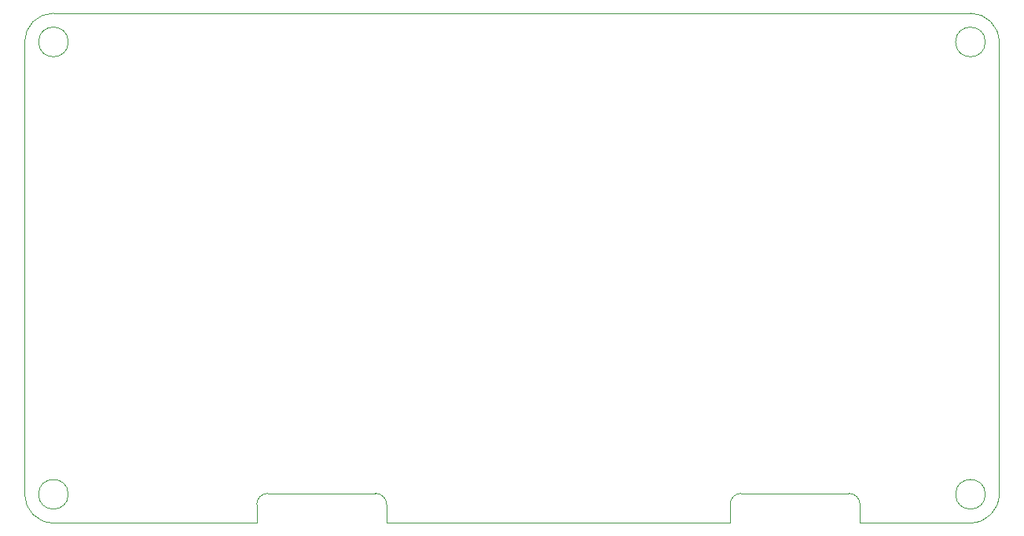
<source format=gbr>
%TF.GenerationSoftware,KiCad,Pcbnew,7.0.9*%
%TF.CreationDate,2024-01-31T13:13:56+08:00*%
%TF.ProjectId,MotorKit,4d6f746f-724b-4697-942e-6b696361645f,rev?*%
%TF.SameCoordinates,Original*%
%TF.FileFunction,Profile,NP*%
%FSLAX46Y46*%
G04 Gerber Fmt 4.6, Leading zero omitted, Abs format (unit mm)*
G04 Created by KiCad (PCBNEW 7.0.9) date 2024-01-31 13:13:56*
%MOMM*%
%LPD*%
G01*
G04 APERTURE LIST*
%TA.AperFunction,Profile*%
%ADD10C,0.050000*%
%TD*%
G04 APERTURE END LIST*
D10*
X199257999Y-122035000D02*
G75*
G03*
X199257999Y-122035000I-1599999J0D01*
G01*
X197658000Y-125135000D02*
G75*
G03*
X200758000Y-122035000I0J3100000D01*
G01*
X98858000Y-70135000D02*
G75*
G03*
X95758000Y-73235002I0J-3100000D01*
G01*
X134757999Y-123135000D02*
G75*
G03*
X133557999Y-121935001I-1199999J0D01*
G01*
X121958000Y-121935001D02*
X133557999Y-121935001D01*
X172958000Y-121935001D02*
X184557999Y-121935001D01*
X100458001Y-73235002D02*
G75*
G03*
X100458001Y-73235002I-1600001J0D01*
G01*
X200757998Y-73235002D02*
G75*
G03*
X197658000Y-70135002I-3099998J2D01*
G01*
X185758000Y-123135001D02*
X185758000Y-125135000D01*
X134758000Y-125135000D02*
X171758000Y-125135000D01*
X95758000Y-73235002D02*
X95758000Y-122035000D01*
X171758000Y-125135000D02*
X171757998Y-123135001D01*
X199257999Y-73235002D02*
G75*
G03*
X199257999Y-73235002I-1599999J0D01*
G01*
X172958000Y-121934998D02*
G75*
G03*
X171757998Y-123135001I0J-1200002D01*
G01*
X197658000Y-70135002D02*
X98858000Y-70135002D01*
X100458001Y-122035000D02*
G75*
G03*
X100458001Y-122035000I-1600001J0D01*
G01*
X185757999Y-123135001D02*
G75*
G03*
X184557999Y-121935001I-1199999J1D01*
G01*
X134758000Y-123135000D02*
X134758000Y-125135000D01*
X200758000Y-122035000D02*
X200758000Y-73235002D01*
X98858000Y-125135000D02*
X120758000Y-125135000D01*
X120758000Y-125135000D02*
X120758000Y-123135000D01*
X121958000Y-121935000D02*
G75*
G03*
X120758000Y-123135000I0J-1200000D01*
G01*
X185758000Y-125135000D02*
X197658000Y-125135000D01*
X95758000Y-122035000D02*
G75*
G03*
X98858000Y-125135000I3100000J0D01*
G01*
M02*

</source>
